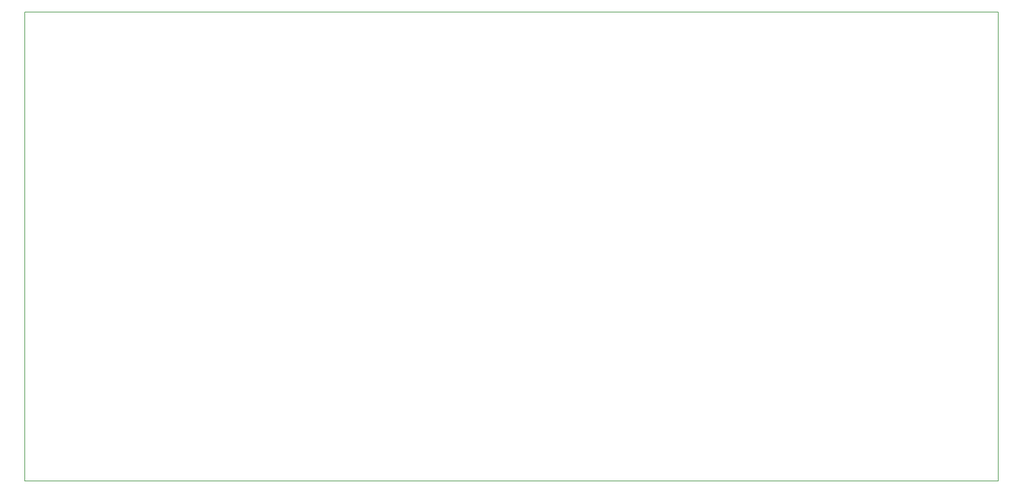
<source format=gbr>
G04 #@! TF.GenerationSoftware,KiCad,Pcbnew,5.0.2-bee76a0~70~ubuntu18.04.1*
G04 #@! TF.CreationDate,2019-06-18T17:13:29-03:00*
G04 #@! TF.ProjectId,estabilizador,65737461-6269-46c6-997a-61646f722e6b,rev?*
G04 #@! TF.SameCoordinates,Original*
G04 #@! TF.FileFunction,Profile,NP*
%FSLAX46Y46*%
G04 Gerber Fmt 4.6, Leading zero omitted, Abs format (unit mm)*
G04 Created by KiCad (PCBNEW 5.0.2-bee76a0~70~ubuntu18.04.1) date Tue 18 Jun 2019 05:13:29 PM -03*
%MOMM*%
%LPD*%
G01*
G04 APERTURE LIST*
%ADD10C,0.150000*%
G04 APERTURE END LIST*
D10*
X18415000Y-154305000D02*
X18415000Y-29210000D01*
X18415000Y-154305000D02*
X278130000Y-154305000D01*
X278130000Y-29210000D02*
X18415000Y-29210000D01*
X278130000Y-29210000D02*
X278130000Y-154305000D01*
M02*

</source>
